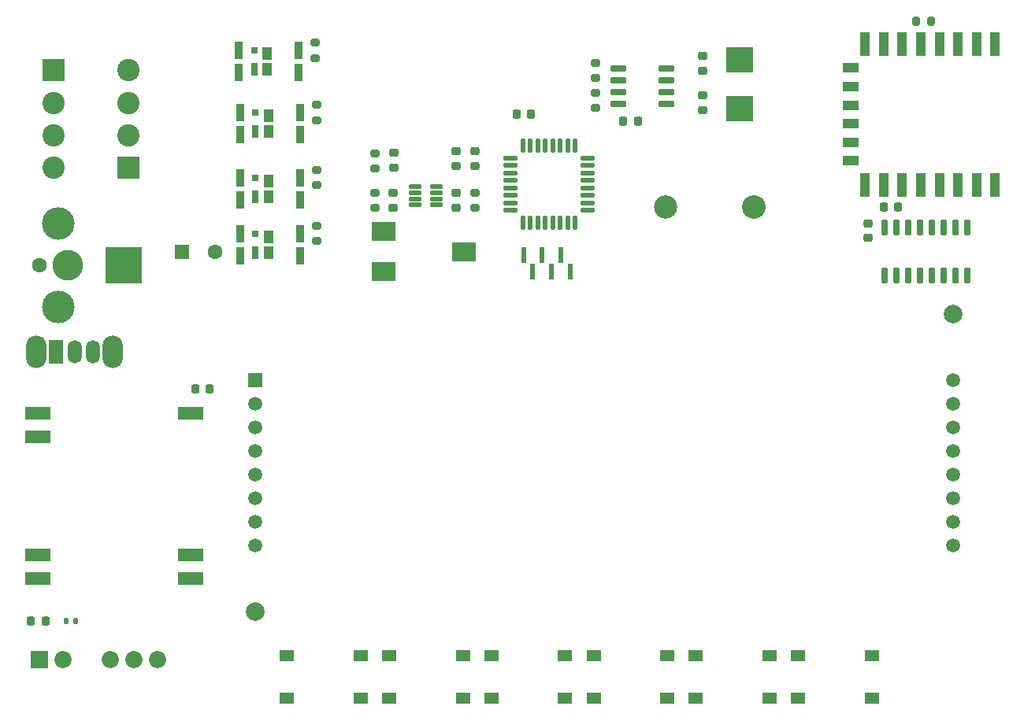
<source format=gbr>
%TF.GenerationSoftware,KiCad,Pcbnew,(6.0.9)*%
%TF.CreationDate,2023-01-24T23:05:38+01:00*%
%TF.ProjectId,Projekt,50726f6a-656b-4742-9e6b-696361645f70,rev?*%
%TF.SameCoordinates,Original*%
%TF.FileFunction,Soldermask,Top*%
%TF.FilePolarity,Negative*%
%FSLAX46Y46*%
G04 Gerber Fmt 4.6, Leading zero omitted, Abs format (unit mm)*
G04 Created by KiCad (PCBNEW (6.0.9)) date 2023-01-24 23:05:38*
%MOMM*%
%LPD*%
G01*
G04 APERTURE LIST*
G04 Aperture macros list*
%AMRoundRect*
0 Rectangle with rounded corners*
0 $1 Rounding radius*
0 $2 $3 $4 $5 $6 $7 $8 $9 X,Y pos of 4 corners*
0 Add a 4 corners polygon primitive as box body*
4,1,4,$2,$3,$4,$5,$6,$7,$8,$9,$2,$3,0*
0 Add four circle primitives for the rounded corners*
1,1,$1+$1,$2,$3*
1,1,$1+$1,$4,$5*
1,1,$1+$1,$6,$7*
1,1,$1+$1,$8,$9*
0 Add four rect primitives between the rounded corners*
20,1,$1+$1,$2,$3,$4,$5,0*
20,1,$1+$1,$4,$5,$6,$7,0*
20,1,$1+$1,$6,$7,$8,$9,0*
20,1,$1+$1,$8,$9,$2,$3,0*%
G04 Aperture macros list end*
%ADD10R,0.600000X1.750000*%
%ADD11R,2.400000X2.400000*%
%ADD12C,2.400000*%
%ADD13RoundRect,0.140000X0.140000X0.170000X-0.140000X0.170000X-0.140000X-0.170000X0.140000X-0.170000X0*%
%ADD14RoundRect,0.200000X0.275000X-0.200000X0.275000X0.200000X-0.275000X0.200000X-0.275000X-0.200000X0*%
%ADD15R,0.900000X1.850000*%
%ADD16R,0.650000X0.650000*%
%ADD17R,1.000000X1.350000*%
%ADD18R,0.650000X1.350000*%
%ADD19RoundRect,0.150000X0.725000X0.150000X-0.725000X0.150000X-0.725000X-0.150000X0.725000X-0.150000X0*%
%ADD20R,2.500000X2.000000*%
%ADD21RoundRect,0.225000X-0.250000X0.225000X-0.250000X-0.225000X0.250000X-0.225000X0.250000X0.225000X0*%
%ADD22RoundRect,0.150000X0.150000X-0.725000X0.150000X0.725000X-0.150000X0.725000X-0.150000X-0.725000X0*%
%ADD23RoundRect,0.200000X-0.275000X0.200000X-0.275000X-0.200000X0.275000X-0.200000X0.275000X0.200000X0*%
%ADD24RoundRect,0.225000X0.250000X-0.225000X0.250000X0.225000X-0.250000X0.225000X-0.250000X-0.225000X0*%
%ADD25RoundRect,0.218750X0.256250X-0.218750X0.256250X0.218750X-0.256250X0.218750X-0.256250X-0.218750X0*%
%ADD26RoundRect,0.225000X-0.225000X-0.250000X0.225000X-0.250000X0.225000X0.250000X-0.225000X0.250000X0*%
%ADD27RoundRect,0.200000X-0.200000X-0.275000X0.200000X-0.275000X0.200000X0.275000X-0.200000X0.275000X0*%
%ADD28RoundRect,0.218750X-0.218750X-0.256250X0.218750X-0.256250X0.218750X0.256250X-0.218750X0.256250X0*%
%ADD29RoundRect,0.125000X-0.625000X-0.125000X0.625000X-0.125000X0.625000X0.125000X-0.625000X0.125000X0*%
%ADD30RoundRect,0.125000X-0.125000X-0.625000X0.125000X-0.625000X0.125000X0.625000X-0.125000X0.625000X0*%
%ADD31R,1.550000X1.300000*%
%ADD32R,1.000000X2.500000*%
%ADD33R,1.800000X1.000000*%
%ADD34C,2.500000*%
%ADD35C,2.540000*%
%ADD36R,1.850000X1.850000*%
%ADD37C,1.850000*%
%ADD38RoundRect,0.225000X0.225000X0.250000X-0.225000X0.250000X-0.225000X-0.250000X0.225000X-0.250000X0*%
%ADD39RoundRect,0.250000X-0.550000X-0.550000X0.550000X-0.550000X0.550000X0.550000X-0.550000X0.550000X0*%
%ADD40C,1.600000*%
%ADD41R,2.800000X1.400000*%
%ADD42R,4.000000X4.000000*%
%ADD43C,3.300000*%
%ADD44C,3.500000*%
%ADD45RoundRect,0.125000X-0.537500X-0.125000X0.537500X-0.125000X0.537500X0.125000X-0.537500X0.125000X0*%
%ADD46O,2.200000X3.500000*%
%ADD47R,1.500000X2.500000*%
%ADD48O,1.500000X2.500000*%
%ADD49R,3.000000X2.800000*%
%ADD50C,2.000000*%
%ADD51R,1.500000X1.500000*%
%ADD52C,1.500000*%
G04 APERTURE END LIST*
D10*
%TO.C,J3*%
X125500000Y-97875000D03*
X124500000Y-96125000D03*
X123500000Y-97875000D03*
X122500000Y-96125000D03*
X121500000Y-97875000D03*
X120500000Y-96125000D03*
%TD*%
D11*
%TO.C,J2*%
X69950000Y-76250000D03*
D12*
X69950000Y-79750000D03*
X69950000Y-83250000D03*
X69950000Y-86750000D03*
%TD*%
D11*
%TO.C,J1*%
X78000000Y-86750000D03*
D12*
X78000000Y-83250000D03*
X78000000Y-79750000D03*
X78000000Y-76250000D03*
%TD*%
D13*
%TO.C,C11*%
X72328884Y-135480000D03*
X71368884Y-135480000D03*
%TD*%
D14*
%TO.C,R3*%
X98250000Y-94605000D03*
X98250000Y-92955000D03*
%TD*%
D15*
%TO.C,Q2*%
X90050000Y-83180000D03*
X96450000Y-80830000D03*
X96450000Y-83180000D03*
X90050000Y-80830000D03*
D16*
X91700000Y-80805000D03*
D17*
X93075000Y-82855000D03*
D18*
X91700000Y-82855000D03*
D17*
X93075000Y-81155000D03*
%TD*%
D19*
%TO.C,U1*%
X135825000Y-79905000D03*
X135825000Y-78635000D03*
X135825000Y-77365000D03*
X135825000Y-76095000D03*
X130675000Y-76095000D03*
X130675000Y-77365000D03*
X130675000Y-78635000D03*
X130675000Y-79905000D03*
%TD*%
D20*
%TO.C,RV1*%
X105425000Y-97900000D03*
X114075000Y-95750000D03*
X105425000Y-93600000D03*
%TD*%
D21*
%TO.C,C6*%
X157500000Y-92725000D03*
X157500000Y-94275000D03*
%TD*%
D22*
%TO.C,U3*%
X159305000Y-98325000D03*
X160575000Y-98325000D03*
X161845000Y-98325000D03*
X163115000Y-98325000D03*
X164385000Y-98325000D03*
X165655000Y-98325000D03*
X166925000Y-98325000D03*
X168195000Y-98325000D03*
X168195000Y-93175000D03*
X166925000Y-93175000D03*
X165655000Y-93175000D03*
X164385000Y-93175000D03*
X163115000Y-93175000D03*
X161845000Y-93175000D03*
X160575000Y-93175000D03*
X159305000Y-93175000D03*
%TD*%
D23*
%TO.C,R1*%
X128250000Y-75425000D03*
X128250000Y-77075000D03*
%TD*%
%TO.C,R10*%
X115250000Y-89425000D03*
X115250000Y-91075000D03*
%TD*%
D24*
%TO.C,C9*%
X113250000Y-86525000D03*
X113250000Y-84975000D03*
%TD*%
D25*
%TO.C,D2*%
X106500000Y-91037500D03*
X106500000Y-89462500D03*
%TD*%
D14*
%TO.C,R8*%
X104500000Y-91075000D03*
X104500000Y-89425000D03*
%TD*%
D24*
%TO.C,C10*%
X113250000Y-91025000D03*
X113250000Y-89475000D03*
%TD*%
D26*
%TO.C,C3*%
X131225000Y-81750000D03*
X132775000Y-81750000D03*
%TD*%
D27*
%TO.C,R7*%
X162675000Y-71000000D03*
X164325000Y-71000000D03*
%TD*%
D14*
%TO.C,R9*%
X104500000Y-86825000D03*
X104500000Y-85175000D03*
%TD*%
D28*
%TO.C,L1*%
X67561384Y-135480000D03*
X69136384Y-135480000D03*
%TD*%
D29*
%TO.C,U2*%
X119075000Y-85700000D03*
X119075000Y-86500000D03*
X119075000Y-87300000D03*
X119075000Y-88100000D03*
X119075000Y-88900000D03*
X119075000Y-89700000D03*
X119075000Y-90500000D03*
X119075000Y-91300000D03*
D30*
X120450000Y-92675000D03*
X121250000Y-92675000D03*
X122050000Y-92675000D03*
X122850000Y-92675000D03*
X123650000Y-92675000D03*
X124450000Y-92675000D03*
X125250000Y-92675000D03*
X126050000Y-92675000D03*
D29*
X127425000Y-91300000D03*
X127425000Y-90500000D03*
X127425000Y-89700000D03*
X127425000Y-88900000D03*
X127425000Y-88100000D03*
X127425000Y-87300000D03*
X127425000Y-86500000D03*
X127425000Y-85700000D03*
D30*
X126050000Y-84325000D03*
X125250000Y-84325000D03*
X124450000Y-84325000D03*
X123650000Y-84325000D03*
X122850000Y-84325000D03*
X122050000Y-84325000D03*
X121250000Y-84325000D03*
X120450000Y-84325000D03*
%TD*%
D31*
%TO.C,SW5*%
X139025000Y-139250000D03*
X139025000Y-143750000D03*
X146975000Y-139250000D03*
X146975000Y-143750000D03*
%TD*%
%TO.C,SW6*%
X150025000Y-139250000D03*
X150025000Y-143750000D03*
X157975000Y-139250000D03*
X157975000Y-143750000D03*
%TD*%
D32*
%TO.C,U5*%
X171200000Y-73400000D03*
X169200000Y-73400000D03*
X167200000Y-73400000D03*
X165200000Y-73400000D03*
X163200000Y-73400000D03*
X161200000Y-73400000D03*
X159200000Y-73400000D03*
X157200000Y-73400000D03*
D33*
X155700000Y-76000000D03*
X155700000Y-78000000D03*
X155700000Y-80000000D03*
X155700000Y-82000000D03*
X155700000Y-84000000D03*
X155700000Y-86000000D03*
D32*
X157200000Y-88600000D03*
X159200000Y-88600000D03*
X161200000Y-88600000D03*
X163200000Y-88600000D03*
X165200000Y-88600000D03*
X167200000Y-88600000D03*
X169200000Y-88600000D03*
X171200000Y-88600000D03*
%TD*%
D34*
%TO.C,BT1*%
X135753395Y-91000000D03*
D35*
X145283395Y-91000000D03*
%TD*%
D36*
%TO.C,PS1*%
X68500000Y-139605000D03*
D37*
X71040000Y-139605000D03*
X76120000Y-139605000D03*
X78660000Y-139605000D03*
X81200000Y-139605000D03*
%TD*%
D15*
%TO.C,Q1*%
X90050000Y-93825000D03*
X90050000Y-96175000D03*
X96450000Y-96175000D03*
X96450000Y-93825000D03*
D16*
X91700000Y-93800000D03*
D17*
X93075000Y-95850000D03*
X93075000Y-94150000D03*
D18*
X91700000Y-95850000D03*
%TD*%
D21*
%TO.C,C1*%
X139750000Y-74725000D03*
X139750000Y-76275000D03*
%TD*%
D31*
%TO.C,SW1*%
X95025000Y-139250000D03*
X95025000Y-143750000D03*
X102975000Y-139250000D03*
X102975000Y-143750000D03*
%TD*%
D26*
%TO.C,C5*%
X119750000Y-81000000D03*
X121300000Y-81000000D03*
%TD*%
D14*
%TO.C,R6*%
X98100000Y-74925000D03*
X98100000Y-73275000D03*
%TD*%
D38*
%TO.C,C7*%
X86775000Y-110500000D03*
X85225000Y-110500000D03*
%TD*%
D39*
%TO.C,J4*%
X83750000Y-95755000D03*
D40*
X87350000Y-95755000D03*
%TD*%
D31*
%TO.C,SW2*%
X106025000Y-139250000D03*
X106025000Y-143750000D03*
X113975000Y-139250000D03*
X113975000Y-143750000D03*
%TD*%
D41*
%TO.C,U7*%
X68250000Y-113110000D03*
X68250000Y-115650000D03*
X68250000Y-128350000D03*
X68250000Y-130890000D03*
X84750000Y-130890000D03*
X84750000Y-128350000D03*
X84750000Y-113110000D03*
%TD*%
D15*
%TO.C,Q4*%
X96300000Y-74145000D03*
X89900000Y-74145000D03*
X96300000Y-76495000D03*
X89900000Y-76495000D03*
D16*
X91550000Y-74120000D03*
D17*
X92925000Y-76170000D03*
D18*
X91550000Y-76170000D03*
D17*
X92925000Y-74470000D03*
%TD*%
D14*
%TO.C,R2*%
X128250000Y-80325000D03*
X128250000Y-78675000D03*
%TD*%
D40*
%TO.C,J5*%
X68500000Y-97250000D03*
D42*
X77500000Y-97250000D03*
D43*
X71500000Y-97250000D03*
D44*
X70500000Y-101750000D03*
X70500000Y-92750000D03*
%TD*%
D15*
%TO.C,Q3*%
X96450000Y-90175000D03*
X90050000Y-90175000D03*
X90050000Y-87825000D03*
X96450000Y-87825000D03*
D16*
X91700000Y-87800000D03*
D17*
X93075000Y-88150000D03*
D18*
X91700000Y-89850000D03*
D17*
X93075000Y-89850000D03*
%TD*%
D45*
%TO.C,U6*%
X108862500Y-88775000D03*
X108862500Y-89425000D03*
X108862500Y-90075000D03*
X108862500Y-90725000D03*
X111137500Y-90725000D03*
X111137500Y-90075000D03*
X111137500Y-89425000D03*
X111137500Y-88775000D03*
%TD*%
D14*
%TO.C,R5*%
X98250000Y-88605000D03*
X98250000Y-86955000D03*
%TD*%
D46*
%TO.C,SW7*%
X68150000Y-106547500D03*
X76350000Y-106547500D03*
D47*
X70250000Y-106547500D03*
D48*
X72250000Y-106547500D03*
X74250000Y-106547500D03*
%TD*%
D31*
%TO.C,SW3*%
X117025000Y-139250000D03*
X117025000Y-143750000D03*
X124975000Y-139250000D03*
X124975000Y-143750000D03*
%TD*%
D38*
%TO.C,C8*%
X160775000Y-91000000D03*
X159225000Y-91000000D03*
%TD*%
D14*
%TO.C,R4*%
X98250000Y-81610000D03*
X98250000Y-79960000D03*
%TD*%
D21*
%TO.C,C2*%
X139750000Y-78975000D03*
X139750000Y-80525000D03*
%TD*%
D49*
%TO.C,Y1*%
X143750000Y-80350000D03*
X143750000Y-75150000D03*
%TD*%
D31*
%TO.C,SW4*%
X128025000Y-139250000D03*
X128025000Y-143750000D03*
X135975000Y-139250000D03*
X135975000Y-143750000D03*
%TD*%
D50*
%TO.C,U4*%
X166642500Y-102500000D03*
X91642500Y-134500000D03*
D51*
X91642500Y-109610000D03*
D52*
X91642500Y-112150000D03*
X91642500Y-114690000D03*
X91642500Y-117230000D03*
X91642500Y-119770000D03*
X91642500Y-122310000D03*
X91642500Y-124850000D03*
X91642500Y-127390000D03*
X166642500Y-109610000D03*
X166642500Y-112150000D03*
X166642500Y-114690000D03*
X166642500Y-117230000D03*
X166642500Y-119770000D03*
X166642500Y-122310000D03*
X166642500Y-124850000D03*
X166642500Y-127390000D03*
%TD*%
D21*
%TO.C,C4*%
X115250000Y-84975000D03*
X115250000Y-86525000D03*
%TD*%
D25*
%TO.C,D1*%
X106540000Y-86730000D03*
X106540000Y-85155000D03*
%TD*%
M02*

</source>
